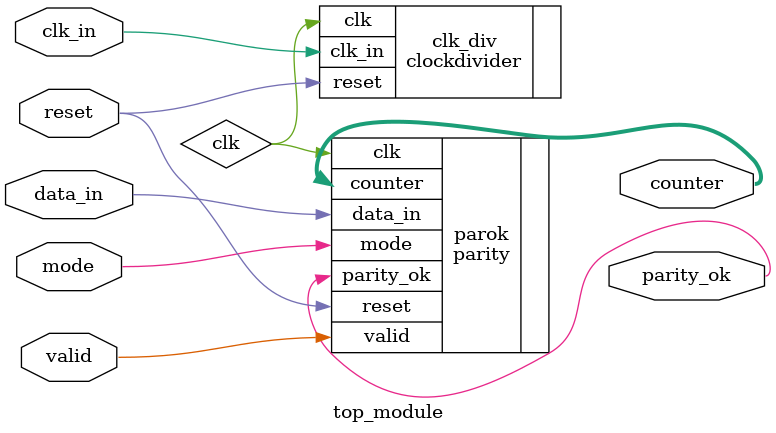
<source format=v>
`timescale 1ns / 1ps

module top_module(
            input clk_in,  
            input reset,
            input data_in,     
            input valid,       
            input mode,   
            output parity_ok,
            output [3:0] counter
    );
    
    wire clk;
    clockdivider clk_div(.clk(clk),.clk_in(clk_in),.reset(reset));
    parity parok(.clk(clk),.reset(reset),.valid(valid),.mode(mode),.data_in(data_in),.parity_ok(parity_ok),.counter(counter));
    
endmodule

</source>
